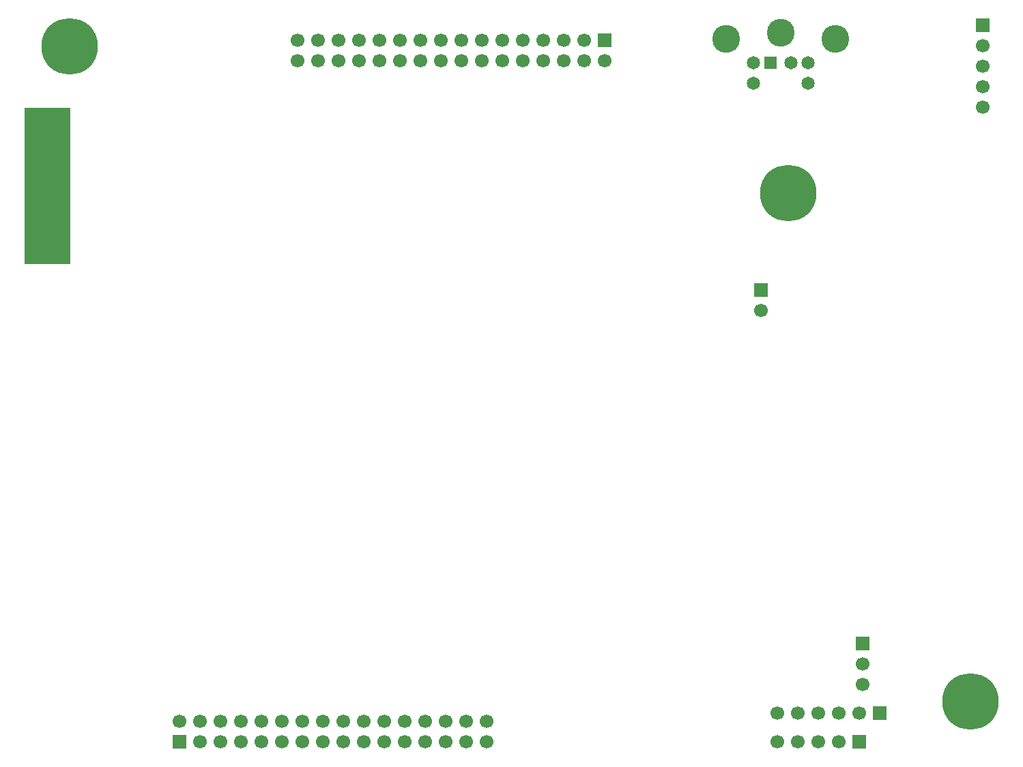
<source format=gbs>
G04 #@! TF.GenerationSoftware,KiCad,Pcbnew,9.0.2*
G04 #@! TF.CreationDate,2025-07-03T22:36:25-04:00*
G04 #@! TF.ProjectId,Homebrew6502Project,486f6d65-6272-4657-9736-35303250726f,A*
G04 #@! TF.SameCoordinates,Original*
G04 #@! TF.FileFunction,Soldermask,Bot*
G04 #@! TF.FilePolarity,Negative*
%FSLAX46Y46*%
G04 Gerber Fmt 4.6, Leading zero omitted, Abs format (unit mm)*
G04 Created by KiCad (PCBNEW 9.0.2) date 2025-07-03 22:36:25*
%MOMM*%
%LPD*%
G01*
G04 APERTURE LIST*
%ADD10C,0.100000*%
%ADD11R,1.700000X1.700000*%
%ADD12C,1.700000*%
%ADD13C,3.900000*%
%ADD14C,7.000000*%
%ADD15R,1.650000X1.650000*%
%ADD16C,1.650000*%
%ADD17C,3.450000*%
G04 APERTURE END LIST*
D10*
X83312000Y-68580000D02*
X88900000Y-68580000D01*
X88900000Y-87884000D01*
X83312000Y-87884000D01*
X83312000Y-68580000D01*
G36*
X83312000Y-68580000D02*
G01*
X88900000Y-68580000D01*
X88900000Y-87884000D01*
X83312000Y-87884000D01*
X83312000Y-68580000D01*
G37*
D11*
X102496065Y-147243800D03*
D12*
X102496065Y-144703800D03*
X105036065Y-147243800D03*
X105036065Y-144703800D03*
X107576065Y-147243800D03*
X107576065Y-144703800D03*
X110116065Y-147243800D03*
X110116065Y-144703800D03*
X112656065Y-147243800D03*
X112656065Y-144703800D03*
X115196065Y-147243800D03*
X115196065Y-144703800D03*
X117736065Y-147243800D03*
X117736065Y-144703800D03*
X120276065Y-147243800D03*
X120276065Y-144703800D03*
X122816065Y-147243800D03*
X122816065Y-144703800D03*
X125356065Y-147243800D03*
X125356065Y-144703800D03*
X127896065Y-147243800D03*
X127896065Y-144703800D03*
X130436065Y-147243800D03*
X130436065Y-144703800D03*
X132976065Y-147243800D03*
X132976065Y-144703800D03*
X135516065Y-147243800D03*
X135516065Y-144703800D03*
X138056065Y-147243800D03*
X138056065Y-144703800D03*
X140596065Y-147243800D03*
X140596065Y-144703800D03*
D13*
X200660000Y-142240000D03*
D14*
X200660000Y-142240000D03*
D11*
X202140265Y-58369200D03*
D12*
X202140265Y-60909200D03*
X202140265Y-63449200D03*
X202140265Y-65989200D03*
X202140265Y-68529200D03*
D13*
X88900000Y-60960000D03*
D14*
X88900000Y-60960000D03*
D11*
X174632065Y-91160600D03*
D12*
X174632065Y-93700600D03*
D11*
X186801265Y-147218400D03*
D12*
X184261265Y-147218400D03*
X181721265Y-147218400D03*
X179181265Y-147218400D03*
X176641265Y-147218400D03*
D13*
X178027265Y-79126200D03*
D14*
X178027265Y-79126200D03*
D11*
X187258465Y-135026400D03*
D12*
X187258465Y-137566400D03*
X187258465Y-140106400D03*
D11*
X155264268Y-60155201D03*
D12*
X155264268Y-62695201D03*
X152724268Y-60155201D03*
X152724268Y-62695201D03*
X150184268Y-60155201D03*
X150184268Y-62695201D03*
X147644268Y-60155201D03*
X147644268Y-62695201D03*
X145104268Y-60155201D03*
X145104268Y-62695201D03*
X142564268Y-60155201D03*
X142564268Y-62695201D03*
X140024268Y-60155201D03*
X140024268Y-62695201D03*
X137484268Y-60155201D03*
X137484268Y-62695201D03*
X134944268Y-60155201D03*
X134944268Y-62695201D03*
X132404268Y-60155201D03*
X132404268Y-62695201D03*
X129864268Y-60155201D03*
X129864268Y-62695201D03*
X127324268Y-60155201D03*
X127324268Y-62695201D03*
X124784268Y-60155201D03*
X124784268Y-62695201D03*
X122244268Y-60155201D03*
X122244268Y-62695201D03*
X119704268Y-60155201D03*
X119704268Y-62695201D03*
X117164268Y-60155201D03*
X117164268Y-62695201D03*
D11*
X189341265Y-143662400D03*
D12*
X186801265Y-143662400D03*
X184261265Y-143662400D03*
X181721265Y-143662400D03*
X179181265Y-143662400D03*
X176641265Y-143662400D03*
D15*
X175802265Y-63020200D03*
D16*
X178402265Y-63020200D03*
X173702265Y-63020200D03*
X180502265Y-63020200D03*
X173702265Y-65520200D03*
X180502265Y-65520200D03*
D17*
X177102265Y-59220200D03*
X183852265Y-60020200D03*
X170352265Y-60020200D03*
M02*

</source>
